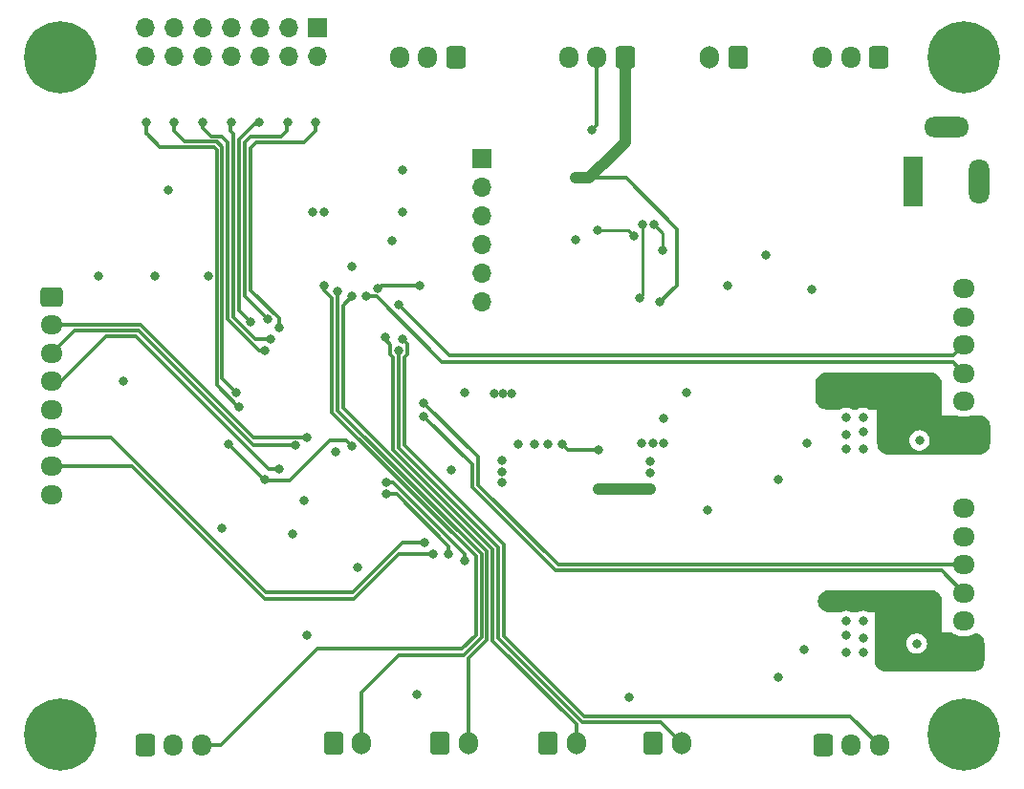
<source format=gbr>
%TF.GenerationSoftware,KiCad,Pcbnew,7.0.7*%
%TF.CreationDate,2023-10-25T17:12:00+02:00*%
%TF.ProjectId,kicad_chat-souris,6b696361-645f-4636-9861-742d736f7572,rev?*%
%TF.SameCoordinates,Original*%
%TF.FileFunction,Copper,L4,Bot*%
%TF.FilePolarity,Positive*%
%FSLAX46Y46*%
G04 Gerber Fmt 4.6, Leading zero omitted, Abs format (unit mm)*
G04 Created by KiCad (PCBNEW 7.0.7) date 2023-10-25 17:12:00*
%MOMM*%
%LPD*%
G01*
G04 APERTURE LIST*
G04 Aperture macros list*
%AMRoundRect*
0 Rectangle with rounded corners*
0 $1 Rounding radius*
0 $2 $3 $4 $5 $6 $7 $8 $9 X,Y pos of 4 corners*
0 Add a 4 corners polygon primitive as box body*
4,1,4,$2,$3,$4,$5,$6,$7,$8,$9,$2,$3,0*
0 Add four circle primitives for the rounded corners*
1,1,$1+$1,$2,$3*
1,1,$1+$1,$4,$5*
1,1,$1+$1,$6,$7*
1,1,$1+$1,$8,$9*
0 Add four rect primitives between the rounded corners*
20,1,$1+$1,$2,$3,$4,$5,0*
20,1,$1+$1,$4,$5,$6,$7,0*
20,1,$1+$1,$6,$7,$8,$9,0*
20,1,$1+$1,$8,$9,$2,$3,0*%
G04 Aperture macros list end*
%TA.AperFunction,ComponentPad*%
%ADD10RoundRect,0.250000X-0.600000X-0.725000X0.600000X-0.725000X0.600000X0.725000X-0.600000X0.725000X0*%
%TD*%
%TA.AperFunction,ComponentPad*%
%ADD11O,1.700000X1.950000*%
%TD*%
%TA.AperFunction,ComponentPad*%
%ADD12RoundRect,0.250000X0.600000X0.725000X-0.600000X0.725000X-0.600000X-0.725000X0.600000X-0.725000X0*%
%TD*%
%TA.AperFunction,ComponentPad*%
%ADD13C,0.800000*%
%TD*%
%TA.AperFunction,ComponentPad*%
%ADD14C,6.400000*%
%TD*%
%TA.AperFunction,ComponentPad*%
%ADD15R,1.700000X1.700000*%
%TD*%
%TA.AperFunction,ComponentPad*%
%ADD16O,1.700000X1.700000*%
%TD*%
%TA.AperFunction,ComponentPad*%
%ADD17RoundRect,0.250000X-0.600000X-0.750000X0.600000X-0.750000X0.600000X0.750000X-0.600000X0.750000X0*%
%TD*%
%TA.AperFunction,ComponentPad*%
%ADD18O,1.700000X2.000000*%
%TD*%
%TA.AperFunction,ComponentPad*%
%ADD19RoundRect,0.250000X0.725000X-0.600000X0.725000X0.600000X-0.725000X0.600000X-0.725000X-0.600000X0*%
%TD*%
%TA.AperFunction,ComponentPad*%
%ADD20O,1.950000X1.700000*%
%TD*%
%TA.AperFunction,ComponentPad*%
%ADD21RoundRect,0.250000X0.600000X0.750000X-0.600000X0.750000X-0.600000X-0.750000X0.600000X-0.750000X0*%
%TD*%
%TA.AperFunction,ComponentPad*%
%ADD22R,1.800000X4.400000*%
%TD*%
%TA.AperFunction,ComponentPad*%
%ADD23O,1.800000X4.000000*%
%TD*%
%TA.AperFunction,ComponentPad*%
%ADD24O,4.000000X1.800000*%
%TD*%
%TA.AperFunction,ComponentPad*%
%ADD25RoundRect,0.250000X-0.725000X0.600000X-0.725000X-0.600000X0.725000X-0.600000X0.725000X0.600000X0*%
%TD*%
%TA.AperFunction,ViaPad*%
%ADD26C,0.800000*%
%TD*%
%TA.AperFunction,Conductor*%
%ADD27C,0.300000*%
%TD*%
%TA.AperFunction,Conductor*%
%ADD28C,1.000000*%
%TD*%
%TA.AperFunction,Conductor*%
%ADD29C,0.250000*%
%TD*%
G04 APERTURE END LIST*
D10*
%TO.P,J601,1,Pin_1*%
%TO.N,GND*%
X112500000Y-116000000D03*
D11*
%TO.P,J601,2,Pin_2*%
%TO.N,+3V3*%
X115000000Y-116000000D03*
%TO.P,J601,3,Pin_3*%
%TO.N,/STM32/Bordure_1*%
X117500000Y-116000000D03*
%TD*%
D12*
%TO.P,J803,1,Pin_1*%
%TO.N,Li_Ion-*%
X155000000Y-55000000D03*
D11*
%TO.P,J803,2,Pin_2*%
%TO.N,Li_Ion_INTER*%
X152500000Y-55000000D03*
%TO.P,J803,3,Pin_3*%
%TO.N,Li_Ion+*%
X150000000Y-55000000D03*
%TD*%
D13*
%TO.P,REF\u002A\u002A,1*%
%TO.N,N/C*%
X102600000Y-55000000D03*
X103302944Y-53302944D03*
X103302944Y-56697056D03*
X105000000Y-52600000D03*
D14*
X105000000Y-55000000D03*
D13*
X105000000Y-57400000D03*
X106697056Y-53302944D03*
X106697056Y-56697056D03*
X107400000Y-55000000D03*
%TD*%
D15*
%TO.P,J2,1,Pin_1*%
%TO.N,GND*%
X127710000Y-52420000D03*
D16*
%TO.P,J2,2,Pin_2*%
%TO.N,Net-(J2-Pin_2)*%
X127710000Y-54960000D03*
%TO.P,J2,3,Pin_3*%
%TO.N,GND*%
X125170000Y-52420000D03*
%TO.P,J2,4,Pin_4*%
%TO.N,Net-(J2-Pin_4)*%
X125170000Y-54960000D03*
%TO.P,J2,5,Pin_5*%
%TO.N,GND*%
X122630000Y-52420000D03*
%TO.P,J2,6,Pin_6*%
%TO.N,Net-(J2-Pin_6)*%
X122630000Y-54960000D03*
%TO.P,J2,7,Pin_7*%
%TO.N,GND*%
X120090000Y-52420000D03*
%TO.P,J2,8,Pin_8*%
%TO.N,Net-(J2-Pin_8)*%
X120090000Y-54960000D03*
%TO.P,J2,9,Pin_9*%
%TO.N,GND*%
X117550000Y-52420000D03*
%TO.P,J2,10,Pin_10*%
%TO.N,Net-(J2-Pin_10)*%
X117550000Y-54960000D03*
%TO.P,J2,11,Pin_11*%
%TO.N,GND*%
X115010000Y-52420000D03*
%TO.P,J2,12,Pin_12*%
%TO.N,Net-(J2-Pin_12)*%
X115010000Y-54960000D03*
%TO.P,J2,13,Pin_13*%
%TO.N,GND*%
X112470000Y-52420000D03*
%TO.P,J2,14,Pin_14*%
%TO.N,Net-(J2-Pin_14)*%
X112470000Y-54960000D03*
%TD*%
D17*
%TO.P,J505,1,Pin_1*%
%TO.N,GND*%
X157500000Y-115800000D03*
D18*
%TO.P,J505,2,Pin_2*%
%TO.N,/STM32/Bumper_4*%
X160000000Y-115800000D03*
%TD*%
D19*
%TO.P,J401,1,Pin_1*%
%TO.N,Net-(J401-Pin_1)*%
X185000000Y-88000000D03*
D20*
%TO.P,J401,2,Pin_2*%
%TO.N,GND*%
X185000000Y-85500000D03*
%TO.P,J401,3,Pin_3*%
%TO.N,/Drivers and motors connectors/ENCODER_1_A*%
X185000000Y-83000000D03*
%TO.P,J401,4,Pin_4*%
%TO.N,/Drivers and motors connectors/ENCODER_1_B*%
X185000000Y-80500000D03*
%TO.P,J401,5,Pin_5*%
%TO.N,+3V3*%
X185000000Y-78000000D03*
%TO.P,J401,6,Pin_6*%
%TO.N,Net-(J401-Pin_6)*%
X185000000Y-75500000D03*
%TD*%
D21*
%TO.P,J802,1,Pin_1*%
%TO.N,GND*%
X165000000Y-55000000D03*
D18*
%TO.P,J802,2,Pin_2*%
%TO.N,NiMh+*%
X162500000Y-55000000D03*
%TD*%
D17*
%TO.P,J501,1,Pin_1*%
%TO.N,GND*%
X129150000Y-115800000D03*
D18*
%TO.P,J501,2,Pin_2*%
%TO.N,/STM32/Bumper_1*%
X131650000Y-115800000D03*
%TD*%
D13*
%TO.P,REF\u002A\u002A,1*%
%TO.N,N/C*%
X182600000Y-115000000D03*
X183302944Y-113302944D03*
X183302944Y-116697056D03*
X185000000Y-112600000D03*
D14*
X185000000Y-115000000D03*
D13*
X185000000Y-117400000D03*
X186697056Y-113302944D03*
X186697056Y-116697056D03*
X187400000Y-115000000D03*
%TD*%
D12*
%TO.P,J602,1,Pin_1*%
%TO.N,GND*%
X140000000Y-55000000D03*
D11*
%TO.P,J602,2,Pin_2*%
%TO.N,+3V3*%
X137500000Y-55000000D03*
%TO.P,J602,3,Pin_3*%
%TO.N,/STM32/Bordure_2*%
X135000000Y-55000000D03*
%TD*%
D13*
%TO.P,REF\u002A\u002A,1*%
%TO.N,N/C*%
X182600000Y-55000000D03*
X183302944Y-53302944D03*
X183302944Y-56697056D03*
X185000000Y-52600000D03*
D14*
X185000000Y-55000000D03*
D13*
X185000000Y-57400000D03*
X186697056Y-53302944D03*
X186697056Y-56697056D03*
X187400000Y-55000000D03*
%TD*%
D15*
%TO.P,U701,1,Key*%
%TO.N,unconnected-(U701-Key-Pad1)*%
X142320000Y-64020000D03*
D16*
%TO.P,U701,2,Vcc(5v)*%
%TO.N,+5V*%
X142320000Y-66560000D03*
%TO.P,U701,3,GND*%
%TO.N,GND*%
X142320000Y-69100000D03*
%TO.P,U701,4,Tx*%
%TO.N,/STM32/USART3_RX*%
X142320000Y-71640000D03*
%TO.P,U701,5,Rx*%
%TO.N,/STM32/USART3_TX*%
X142320000Y-74180000D03*
%TO.P,U701,6,STATE*%
%TO.N,unconnected-(U701-STATE-Pad6)*%
X142320000Y-76720000D03*
%TD*%
D22*
%TO.P,J801,1*%
%TO.N,V_ALIM*%
X180500000Y-66000000D03*
D23*
%TO.P,J801,2*%
%TO.N,GND*%
X186300000Y-66000000D03*
D24*
%TO.P,J801,3*%
X183500000Y-61200000D03*
%TD*%
D17*
%TO.P,J502,1,Pin_1*%
%TO.N,GND*%
X148170000Y-115820000D03*
D18*
%TO.P,J502,2,Pin_2*%
%TO.N,/STM32/Bumper_3*%
X150670000Y-115820000D03*
%TD*%
D13*
%TO.P,REF\u002A\u002A,1*%
%TO.N,N/C*%
X102600000Y-115000000D03*
X103302944Y-113302944D03*
X103302944Y-116697056D03*
X105000000Y-112600000D03*
D14*
X105000000Y-115000000D03*
D13*
X105000000Y-117400000D03*
X106697056Y-113302944D03*
X106697056Y-116697056D03*
X107400000Y-115000000D03*
%TD*%
D25*
%TO.P,J503,1,Pin_1*%
%TO.N,unconnected-(J503-Pin_1-Pad1)*%
X104250000Y-76250000D03*
D20*
%TO.P,J503,2,Pin_2*%
%TO.N,/STM32/LIDAR_MOTOR_ENABLE*%
X104250000Y-78750000D03*
%TO.P,J503,3,Pin_3*%
%TO.N,/STM32/LIDAR_MESURE_ENABLE*%
X104250000Y-81250000D03*
%TO.P,J503,4,Pin_4*%
%TO.N,/STM32/LIDAR_PWM*%
X104250000Y-83750000D03*
%TO.P,J503,5,Pin_5*%
%TO.N,GND*%
X104250000Y-86250000D03*
%TO.P,J503,6,Pin_6*%
%TO.N,/STM32/USART2_TX*%
X104250000Y-88750000D03*
%TO.P,J503,7,Pin_7*%
%TO.N,/STM32/USART2_RX*%
X104250000Y-91250000D03*
%TO.P,J503,8,Pin_8*%
%TO.N,+5V*%
X104250000Y-93750000D03*
%TD*%
D10*
%TO.P,J603,1,Pin_1*%
%TO.N,GND*%
X172500000Y-116000000D03*
D11*
%TO.P,J603,2,Pin_2*%
%TO.N,+3V3*%
X175000000Y-116000000D03*
%TO.P,J603,3,Pin_3*%
%TO.N,/STM32/Bordure_3*%
X177500000Y-116000000D03*
%TD*%
D17*
%TO.P,J504,1,Pin_1*%
%TO.N,GND*%
X138600000Y-115800000D03*
D18*
%TO.P,J504,2,Pin_2*%
%TO.N,/STM32/Bumper_2*%
X141100000Y-115800000D03*
%TD*%
D19*
%TO.P,J402,1,Pin_1*%
%TO.N,Net-(J402-Pin_1)*%
X185000000Y-107500000D03*
D20*
%TO.P,J402,2,Pin_2*%
%TO.N,GND*%
X185000000Y-105000000D03*
%TO.P,J402,3,Pin_3*%
%TO.N,/Drivers and motors connectors/ENCODER_2_A*%
X185000000Y-102500000D03*
%TO.P,J402,4,Pin_4*%
%TO.N,/Drivers and motors connectors/ENCODER_2_B*%
X185000000Y-100000000D03*
%TO.P,J402,5,Pin_5*%
%TO.N,+3V3*%
X185000000Y-97500000D03*
%TO.P,J402,6,Pin_6*%
%TO.N,Net-(J402-Pin_6)*%
X185000000Y-95000000D03*
%TD*%
D12*
%TO.P,J301,1,Pin_1*%
%TO.N,unconnected-(J301-Pin_1-Pad1)*%
X177470000Y-54990000D03*
D11*
%TO.P,J301,2,Pin_2*%
%TO.N,+BATT*%
X174970000Y-54990000D03*
%TO.P,J301,3,Pin_3*%
%TO.N,BAT+*%
X172470000Y-54990000D03*
%TD*%
D26*
%TO.N,GND*%
X119320000Y-96720000D03*
X125570000Y-97220000D03*
%TO.N,/STM32/NRST*%
X123070000Y-92470000D03*
%TO.N,GND*%
X126820000Y-106220000D03*
X131320000Y-100220000D03*
%TO.N,+3V3*%
X126570000Y-94320000D03*
%TO.N,GND*%
X129320000Y-89970000D03*
X139570000Y-91620000D03*
X174570000Y-86970000D03*
X176070000Y-104970000D03*
X176070000Y-88220000D03*
X164070000Y-75220000D03*
X158432500Y-87045000D03*
X176070000Y-89720000D03*
X114570000Y-66770000D03*
X160432500Y-84720000D03*
X135320000Y-64970000D03*
X140820000Y-84720000D03*
X127320000Y-68770000D03*
X118070000Y-74370000D03*
X134320000Y-71270000D03*
X113320000Y-74370000D03*
X174570000Y-88470000D03*
X162312500Y-95145000D03*
X174570000Y-107720000D03*
X171495000Y-75565000D03*
X174570000Y-89720000D03*
X174570000Y-106220000D03*
X145570000Y-89295000D03*
X150570000Y-71220000D03*
X108320000Y-74370000D03*
X176070000Y-106470000D03*
X176070000Y-86970000D03*
X174570000Y-104970000D03*
X167495000Y-72565000D03*
X176070000Y-107720000D03*
%TO.N,Li_Ion-*%
X150570000Y-65720000D03*
X158070000Y-76720000D03*
%TO.N,Li_Ion_INTER*%
X152070000Y-61470000D03*
%TO.N,+BATT*%
X148170000Y-89332500D03*
X157182500Y-90832500D03*
X168570000Y-109970000D03*
X146970000Y-89332500D03*
X168570000Y-92470000D03*
X157182500Y-91832500D03*
%TO.N,Net-(U301-VCC)*%
X152682500Y-89795000D03*
X149432500Y-89295000D03*
%TO.N,Net-(U301-SW)*%
X152682500Y-93295000D03*
X157182500Y-93295000D03*
%TO.N,+5V*%
X157432500Y-89220000D03*
X158432500Y-89220000D03*
X156432500Y-89220000D03*
X144970000Y-84820000D03*
X144170000Y-84820000D03*
X143370000Y-84820000D03*
%TO.N,+3V3*%
X110570000Y-83720000D03*
X171070000Y-89220000D03*
X130820000Y-73520000D03*
X144070000Y-90720000D03*
X155320000Y-111720000D03*
X144070000Y-91720000D03*
X180820000Y-106970000D03*
X128320000Y-68770000D03*
X135320000Y-68770000D03*
X136570000Y-111470000D03*
X144070000Y-92720000D03*
X170820000Y-107470000D03*
X181070000Y-88970000D03*
%TO.N,Net-(J401-Pin_1)*%
X175070000Y-85470000D03*
X173820000Y-85470000D03*
X172820000Y-85220000D03*
%TO.N,Net-(J402-Pin_1)*%
X174820000Y-103720000D03*
X173820000Y-103720000D03*
X172820000Y-103220000D03*
%TO.N,/Alimentation/BMS/Secu_Vc*%
X156545000Y-69832500D03*
X156295000Y-76332500D03*
%TO.N,/Alimentation/BMS/Secu_Sense*%
X158295000Y-72082500D03*
X157545000Y-69832500D03*
%TO.N,/STM32/LIDAR_PWM*%
X124320000Y-91470000D03*
%TO.N,/STM32/LIDAR_MOTOR_ENABLE*%
X126820000Y-88720000D03*
%TO.N,/STM32/LIDAR_MESURE_ENABLE*%
X125820000Y-89419500D03*
%TO.N,/STM32/NRST*%
X119840023Y-89290023D03*
X130820000Y-89470000D03*
%TO.N,/Drivers and motors connectors/MOTOR_1_FWD*%
X133820000Y-93669503D03*
X139370000Y-99020000D03*
%TO.N,/Drivers and motors connectors/MOTOR_1_REV*%
X133820000Y-92720000D03*
X140770000Y-99620000D03*
%TO.N,/STM32/USART2_TX*%
X137220500Y-98020000D03*
%TO.N,/STM32/USART2_RX*%
X137970000Y-99020000D03*
%TO.N,/Drivers and motors connectors/ENCODER_2_A*%
X137170000Y-86820000D03*
%TO.N,/Drivers and motors connectors/ENCODER_2_B*%
X137170000Y-85620000D03*
%TO.N,/STM32/I2C_SCL*%
X136820000Y-75220000D03*
X133107183Y-75534083D03*
%TO.N,/STM32/Bordure_1*%
X128320000Y-75220000D03*
%TO.N,/STM32/Bordure_3*%
X135299977Y-80020000D03*
%TO.N,/Drivers and motors connectors/ENCODER_1_B*%
X134970000Y-76970000D03*
%TO.N,/Drivers and motors connectors/ENCODER_1_A*%
X132070000Y-76220000D03*
%TO.N,/STM32/Bumper_1*%
X129540023Y-75749977D03*
%TO.N,/STM32/Bumper_2*%
X130820000Y-76220000D03*
%TO.N,/STM32/Bumper_3*%
X133770000Y-79820000D03*
%TO.N,/STM32/Bumper_4*%
X134970000Y-81020000D03*
%TO.N,/STM32/PD0*%
X117590000Y-60770000D03*
X123070000Y-80970000D03*
%TO.N,/STM32/PD1*%
X123570000Y-79970000D03*
X120090000Y-60770000D03*
%TO.N,/STM32/PD2*%
X127590000Y-60770000D03*
X124320000Y-78970000D03*
%TO.N,/STM32/PD3*%
X125090000Y-60770000D03*
X123320000Y-78220000D03*
%TO.N,/STM32/PD4*%
X122590000Y-60770000D03*
X121820000Y-78470000D03*
%TO.N,/STM32/PD5*%
X115090000Y-60770000D03*
X120570000Y-84720000D03*
%TO.N,/STM32/PD6*%
X112590000Y-60770000D03*
X120820000Y-85970000D03*
%TO.N,/Alimentation/BMS/Secu_Vout*%
X152545000Y-70332500D03*
X155795000Y-70832500D03*
%TD*%
D27*
%TO.N,/STM32/NRST*%
X123070000Y-92520000D02*
X123070000Y-92520000D01*
X123070000Y-92470000D02*
X123070000Y-92520000D01*
X123020000Y-92470000D02*
X123070000Y-92470000D01*
X123070000Y-92520000D02*
X125270000Y-92520000D01*
X119840023Y-89290023D02*
X123020000Y-92470000D01*
X128820000Y-88970000D02*
X130320000Y-88970000D01*
X125270000Y-92520000D02*
X128820000Y-88970000D01*
X130320000Y-88970000D02*
X130820000Y-89470000D01*
%TO.N,/STM32/PD6*%
X118570000Y-62970000D02*
X113820000Y-62970000D01*
X113820000Y-62970000D02*
X112570000Y-61720000D01*
X118820000Y-84030661D02*
X118820000Y-63220000D01*
X120820000Y-85970000D02*
X120759339Y-85970000D01*
X120759339Y-85970000D02*
X118820000Y-84030661D01*
X118820000Y-63220000D02*
X118570000Y-62970000D01*
%TO.N,/STM32/PD5*%
X115070000Y-61520000D02*
X115070000Y-60970000D01*
X118820000Y-62470000D02*
X116020000Y-62470000D01*
X119320000Y-62970000D02*
X118820000Y-62470000D01*
X119320000Y-83470000D02*
X119320000Y-62970000D01*
X116020000Y-62470000D02*
X115070000Y-61520000D01*
X120570000Y-84720000D02*
X119320000Y-83470000D01*
%TO.N,/STM32/PD2*%
X122320000Y-62520000D02*
X121820000Y-63020000D01*
%TO.N,/STM32/I2C_SCL*%
X133421266Y-75220000D02*
X133107183Y-75534083D01*
X136820000Y-75220000D02*
X133421266Y-75220000D01*
%TO.N,/STM32/LIDAR_PWM*%
X105040000Y-83750000D02*
X104250000Y-83750000D01*
X109040000Y-79750000D02*
X105040000Y-83750000D01*
X111685788Y-79750000D02*
X109040000Y-79750000D01*
X123405788Y-91470000D02*
X111685788Y-79750000D01*
X124320000Y-91470000D02*
X123405788Y-91470000D01*
%TO.N,/STM32/LIDAR_MESURE_ENABLE*%
X106250000Y-79250000D02*
X104250000Y-81250000D01*
X111892894Y-79250000D02*
X106250000Y-79250000D01*
X125820000Y-89419500D02*
X122062394Y-89419500D01*
X122062394Y-89419500D02*
X111892894Y-79250000D01*
%TO.N,/STM32/LIDAR_MOTOR_ENABLE*%
X112100000Y-78750000D02*
X104250000Y-78750000D01*
X122070000Y-88720000D02*
X112100000Y-78750000D01*
X126820000Y-88720000D02*
X122070000Y-88720000D01*
%TO.N,/Drivers and motors connectors/MOTOR_1_FWD*%
X139370000Y-98327106D02*
X139370000Y-99020000D01*
X133870497Y-93720000D02*
X134762894Y-93720000D01*
X134762894Y-93720000D02*
X139370000Y-98327106D01*
X133820000Y-93669503D02*
X133870497Y-93720000D01*
%TO.N,/Drivers and motors connectors/MOTOR_1_REV*%
X134470000Y-92720000D02*
X140770000Y-99020000D01*
X133820000Y-92720000D02*
X134470000Y-92720000D01*
X140770000Y-99020000D02*
X140770000Y-99620000D01*
%TO.N,Li_Ion_INTER*%
X152070000Y-61470000D02*
X152500000Y-61040000D01*
X152500000Y-61040000D02*
X152500000Y-55000000D01*
D28*
%TO.N,Li_Ion-*%
X155000000Y-55000000D02*
X155000000Y-62540000D01*
X154070000Y-63470000D02*
X151820000Y-65720000D01*
X151820000Y-65720000D02*
X150570000Y-65720000D01*
D27*
X155070000Y-65720000D02*
X159570000Y-70220000D01*
D28*
X155000000Y-62540000D02*
X154070000Y-63470000D01*
D27*
X159570000Y-70220000D02*
X159570000Y-75220000D01*
X150570000Y-65720000D02*
X155070000Y-65720000D01*
X159570000Y-75220000D02*
X158070000Y-76720000D01*
%TO.N,Net-(U301-VCC)*%
X149932500Y-89795000D02*
X149432500Y-89295000D01*
X152682500Y-89795000D02*
X149932500Y-89795000D01*
D28*
%TO.N,Net-(U301-SW)*%
X157182500Y-93295000D02*
X152682500Y-93295000D01*
D29*
%TO.N,/Alimentation/BMS/Secu_Vc*%
X156545000Y-69832500D02*
X156545000Y-76082500D01*
X156545000Y-76082500D02*
X156295000Y-76332500D01*
%TO.N,/Alimentation/BMS/Secu_Sense*%
X158295000Y-70582500D02*
X158295000Y-72082500D01*
X157545000Y-69832500D02*
X158295000Y-70582500D01*
D27*
%TO.N,/Drivers and motors connectors/MOTOR_1_REV*%
X140770000Y-99620000D02*
X140770000Y-99420000D01*
%TO.N,/STM32/USART2_TX*%
X137220500Y-98020000D02*
X135262894Y-98020000D01*
X109500000Y-88750000D02*
X104250000Y-88750000D01*
X135262894Y-98020000D02*
X130862894Y-102420000D01*
X130862894Y-102420000D02*
X123170000Y-102420000D01*
X123170000Y-102420000D02*
X109500000Y-88750000D01*
%TO.N,/STM32/USART2_RX*%
X130970000Y-103020000D02*
X123062894Y-103020000D01*
X134970000Y-99020000D02*
X130970000Y-103020000D01*
X111292894Y-91250000D02*
X104250000Y-91250000D01*
X137970000Y-99020000D02*
X134970000Y-99020000D01*
X123062894Y-103020000D02*
X111292894Y-91250000D01*
%TO.N,/Drivers and motors connectors/ENCODER_2_A*%
X137170000Y-86820000D02*
X141470000Y-91120000D01*
X141470000Y-91120000D02*
X141470000Y-93120000D01*
X183000000Y-100500000D02*
X185000000Y-102500000D01*
X148850000Y-100500000D02*
X183000000Y-100500000D01*
X141470000Y-93120000D02*
X148850000Y-100500000D01*
%TO.N,/Drivers and motors connectors/ENCODER_2_B*%
X141970000Y-92912894D02*
X149057106Y-100000000D01*
X149057106Y-100000000D02*
X185000000Y-100000000D01*
X137170000Y-85620000D02*
X141970000Y-90420000D01*
X141970000Y-90420000D02*
X141970000Y-92912894D01*
%TO.N,/STM32/Bordure_1*%
X127770000Y-107420000D02*
X119190000Y-116000000D01*
X140562894Y-107420000D02*
X127770000Y-107420000D01*
X128370000Y-75640615D02*
X129040023Y-76310638D01*
X119190000Y-116000000D02*
X117500000Y-116000000D01*
X141770000Y-106212894D02*
X140562894Y-107420000D01*
X128370000Y-75270000D02*
X128370000Y-75640615D01*
X128320000Y-75220000D02*
X128370000Y-75270000D01*
X129040023Y-86504236D02*
X141770000Y-99234212D01*
X141770000Y-99234212D02*
X141770000Y-106212894D01*
X129040023Y-76310638D02*
X129040023Y-86504236D01*
%TO.N,/STM32/Bordure_3*%
X135299977Y-80020000D02*
X135720000Y-80440023D01*
X144270000Y-98198682D02*
X144270000Y-106305788D01*
X174912894Y-113412894D02*
X177500000Y-116000000D01*
X135470000Y-89398682D02*
X144270000Y-98198682D01*
X135720000Y-80440023D02*
X135720000Y-81330661D01*
X135470000Y-81580661D02*
X135470000Y-89398682D01*
X151377106Y-113412894D02*
X174912894Y-113412894D01*
X135720000Y-81330661D02*
X135470000Y-81580661D01*
X144270000Y-106305788D02*
X151377106Y-113412894D01*
%TO.N,/Drivers and motors connectors/ENCODER_1_B*%
X134970000Y-76970000D02*
X139420000Y-81420000D01*
X139420000Y-81420000D02*
X184080000Y-81420000D01*
X184080000Y-81420000D02*
X185000000Y-80500000D01*
%TO.N,/Drivers and motors connectors/ENCODER_1_A*%
X132070000Y-76220000D02*
X132970000Y-76220000D01*
X184020000Y-82020000D02*
X185000000Y-83000000D01*
X138770000Y-82020000D02*
X184020000Y-82020000D01*
X132970000Y-76220000D02*
X138770000Y-82020000D01*
%TO.N,/STM32/Bumper_1*%
X131650000Y-111340000D02*
X131650000Y-115800000D01*
X134970000Y-108020000D02*
X131650000Y-111340000D01*
X129540023Y-86297129D02*
X142270000Y-99027106D01*
X142270000Y-99027106D02*
X142270000Y-106420000D01*
X129540023Y-75749977D02*
X129540023Y-86297129D01*
X142270000Y-106420000D02*
X140670000Y-108020000D01*
X140670000Y-108020000D02*
X134970000Y-108020000D01*
%TO.N,/STM32/Bumper_2*%
X130040023Y-86090023D02*
X142770000Y-98820000D01*
X142770000Y-98820000D02*
X142770000Y-106627106D01*
X142770000Y-106627106D02*
X141100000Y-108297106D01*
X130040023Y-76999977D02*
X130040023Y-86090023D01*
X141100000Y-108297106D02*
X141100000Y-115800000D01*
X130820000Y-76220000D02*
X130040023Y-76999977D01*
%TO.N,/STM32/Bumper_3*%
X150670000Y-114120000D02*
X150670000Y-115820000D01*
X133770000Y-79820000D02*
X133770000Y-80020000D01*
X134220000Y-81330661D02*
X134470000Y-81580661D01*
X134220000Y-80470000D02*
X134220000Y-81330661D01*
X143270000Y-106720000D02*
X150670000Y-114120000D01*
X134470000Y-89812895D02*
X143270000Y-98612894D01*
X133770000Y-80020000D02*
X134220000Y-80470000D01*
X143270000Y-98612894D02*
X143270000Y-106720000D01*
X134470000Y-81580661D02*
X134470000Y-89812895D01*
%TO.N,/STM32/Bumper_4*%
X134970000Y-89605788D02*
X143770000Y-98405788D01*
X158112894Y-113912894D02*
X160000000Y-115800000D01*
X151170000Y-113912894D02*
X158112894Y-113912894D01*
X143770000Y-106512894D02*
X151170000Y-113912894D01*
X134970000Y-81020000D02*
X134970000Y-89605788D01*
X143770000Y-98405788D02*
X143770000Y-106512894D01*
%TO.N,/STM32/PD0*%
X119277106Y-62020000D02*
X119820000Y-62562894D01*
X119820000Y-62562894D02*
X119820000Y-78237767D01*
X117570000Y-60970000D02*
X117570000Y-61270000D01*
X117570000Y-61270000D02*
X118320000Y-62020000D01*
X119820000Y-78237767D02*
X122552233Y-80970000D01*
X118320000Y-62020000D02*
X119277106Y-62020000D01*
X122552233Y-80970000D02*
X123070000Y-80970000D01*
%TO.N,/STM32/PD1*%
X120320000Y-78030661D02*
X120320000Y-61770000D01*
X120070000Y-61520000D02*
X120320000Y-61770000D01*
X120320000Y-78030661D02*
X122259339Y-79970000D01*
X122259339Y-79970000D02*
X123570000Y-79970000D01*
X120070000Y-60970000D02*
X120070000Y-61520000D01*
%TO.N,/STM32/PD2*%
X127570000Y-61520000D02*
X126570000Y-62520000D01*
X124320000Y-78159339D02*
X124320000Y-78970000D01*
X121820000Y-75659339D02*
X124320000Y-78159339D01*
X127570000Y-60970000D02*
X127570000Y-61520000D01*
X126570000Y-62520000D02*
X122320000Y-62520000D01*
X121820000Y-63020000D02*
X121820000Y-75659339D01*
%TO.N,/STM32/PD3*%
X121320000Y-76220000D02*
X123320000Y-78220000D01*
X124570000Y-62020000D02*
X121820000Y-62020000D01*
X121820000Y-62020000D02*
X121320000Y-62520000D01*
X125070000Y-60970000D02*
X125070000Y-61520000D01*
X125070000Y-61520000D02*
X124570000Y-62020000D01*
X121320000Y-76220000D02*
X121320000Y-62520000D01*
%TO.N,/STM32/PD4*%
X120820000Y-62312894D02*
X120820000Y-77470000D01*
X122162894Y-60970000D02*
X120820000Y-62312894D01*
X120820000Y-77470000D02*
X121820000Y-78470000D01*
X122570000Y-60970000D02*
X122162894Y-60970000D01*
%TO.N,/STM32/PD6*%
X112570000Y-60970000D02*
X112570000Y-61770000D01*
D29*
%TO.N,/Alimentation/BMS/Secu_Vout*%
X155295000Y-70332500D02*
X155795000Y-70832500D01*
X152545000Y-70332500D02*
X155295000Y-70332500D01*
%TD*%
%TA.AperFunction,Conductor*%
%TO.N,Net-(J401-Pin_1)*%
G36*
X182073032Y-82970299D02*
G01*
X182134067Y-82976310D01*
X182252941Y-82988018D01*
X182276769Y-82992757D01*
X182441001Y-83042576D01*
X182463453Y-83051877D01*
X182614798Y-83132772D01*
X182635010Y-83146277D01*
X182767666Y-83255145D01*
X182784854Y-83272333D01*
X182893722Y-83404989D01*
X182907227Y-83425201D01*
X182988121Y-83576543D01*
X182997424Y-83599001D01*
X183047240Y-83763224D01*
X183051982Y-83787065D01*
X183069701Y-83966967D01*
X183069999Y-83973048D01*
X183070000Y-86720000D01*
X184268253Y-86720000D01*
X184320656Y-86731617D01*
X184411337Y-86773903D01*
X184639592Y-86835063D01*
X184816034Y-86850500D01*
X185183966Y-86850500D01*
X185360408Y-86835063D01*
X185588663Y-86773903D01*
X185679343Y-86731617D01*
X185731747Y-86720000D01*
X186316951Y-86720000D01*
X186323032Y-86720299D01*
X186384066Y-86726310D01*
X186502941Y-86738018D01*
X186526769Y-86742757D01*
X186691001Y-86792576D01*
X186713453Y-86801877D01*
X186779748Y-86837312D01*
X186864798Y-86882772D01*
X186885010Y-86896277D01*
X187017666Y-87005145D01*
X187034854Y-87022333D01*
X187143722Y-87154989D01*
X187157227Y-87175201D01*
X187238121Y-87326543D01*
X187247424Y-87349001D01*
X187297240Y-87513224D01*
X187301982Y-87537065D01*
X187319701Y-87716967D01*
X187320000Y-87723048D01*
X187320000Y-89216951D01*
X187319701Y-89223032D01*
X187301982Y-89402934D01*
X187297240Y-89426775D01*
X187247424Y-89590998D01*
X187238121Y-89613456D01*
X187157227Y-89764798D01*
X187143722Y-89785010D01*
X187034854Y-89917666D01*
X187017666Y-89934854D01*
X186885010Y-90043722D01*
X186864798Y-90057227D01*
X186713456Y-90138121D01*
X186690998Y-90147424D01*
X186526775Y-90197240D01*
X186502934Y-90201982D01*
X186323032Y-90219701D01*
X186316951Y-90220000D01*
X178323049Y-90220000D01*
X178316968Y-90219701D01*
X178137065Y-90201982D01*
X178113224Y-90197240D01*
X177949001Y-90147424D01*
X177926543Y-90138121D01*
X177775201Y-90057227D01*
X177754989Y-90043722D01*
X177622333Y-89934854D01*
X177605145Y-89917666D01*
X177496277Y-89785010D01*
X177482772Y-89764798D01*
X177477081Y-89754151D01*
X177401877Y-89613453D01*
X177392575Y-89590998D01*
X177365643Y-89502214D01*
X177342757Y-89426769D01*
X177338018Y-89402941D01*
X177320299Y-89223032D01*
X177320000Y-89216951D01*
X177320000Y-88970000D01*
X180164540Y-88970000D01*
X180184326Y-89158256D01*
X180184327Y-89158259D01*
X180242818Y-89338277D01*
X180242821Y-89338284D01*
X180337467Y-89502216D01*
X180417407Y-89590998D01*
X180464129Y-89642888D01*
X180617265Y-89754148D01*
X180617270Y-89754151D01*
X180790192Y-89831142D01*
X180790197Y-89831144D01*
X180975354Y-89870500D01*
X180975355Y-89870500D01*
X181164644Y-89870500D01*
X181164646Y-89870500D01*
X181349803Y-89831144D01*
X181522730Y-89754151D01*
X181675871Y-89642888D01*
X181802533Y-89502216D01*
X181897179Y-89338284D01*
X181955674Y-89158256D01*
X181975460Y-88970000D01*
X181955674Y-88781744D01*
X181897179Y-88601716D01*
X181802533Y-88437784D01*
X181675871Y-88297112D01*
X181654719Y-88281744D01*
X181522734Y-88185851D01*
X181522729Y-88185848D01*
X181349807Y-88108857D01*
X181349802Y-88108855D01*
X181204000Y-88077865D01*
X181164646Y-88069500D01*
X180975354Y-88069500D01*
X180942897Y-88076398D01*
X180790197Y-88108855D01*
X180790192Y-88108857D01*
X180617270Y-88185848D01*
X180617265Y-88185851D01*
X180464129Y-88297111D01*
X180337466Y-88437785D01*
X180242821Y-88601715D01*
X180242818Y-88601722D01*
X180193920Y-88752216D01*
X180184326Y-88781744D01*
X180164540Y-88970000D01*
X177320000Y-88970000D01*
X177320000Y-87220003D01*
X177320000Y-87220000D01*
X177320000Y-86220000D01*
X176569736Y-86220000D01*
X176522734Y-86185851D01*
X176522729Y-86185848D01*
X176349807Y-86108857D01*
X176349802Y-86108855D01*
X176204001Y-86077865D01*
X176164646Y-86069500D01*
X175975354Y-86069500D01*
X175942897Y-86076398D01*
X175790197Y-86108855D01*
X175790192Y-86108857D01*
X175617270Y-86185848D01*
X175602861Y-86196318D01*
X175537054Y-86219798D01*
X175529975Y-86220000D01*
X175110025Y-86220000D01*
X175042986Y-86200315D01*
X175037139Y-86196318D01*
X175022729Y-86185848D01*
X174849807Y-86108857D01*
X174849802Y-86108855D01*
X174704000Y-86077865D01*
X174664646Y-86069500D01*
X174475354Y-86069500D01*
X174442897Y-86076398D01*
X174290197Y-86108855D01*
X174290192Y-86108857D01*
X174117270Y-86185848D01*
X174102861Y-86196318D01*
X174037054Y-86219798D01*
X174029975Y-86220000D01*
X172823049Y-86220000D01*
X172816968Y-86219701D01*
X172637065Y-86201982D01*
X172613224Y-86197240D01*
X172449001Y-86147424D01*
X172426543Y-86138121D01*
X172275201Y-86057227D01*
X172254989Y-86043722D01*
X172122333Y-85934854D01*
X172105145Y-85917666D01*
X171996277Y-85785010D01*
X171982772Y-85764798D01*
X171901878Y-85613456D01*
X171892575Y-85590998D01*
X171842757Y-85426769D01*
X171838018Y-85402941D01*
X171820299Y-85223032D01*
X171820000Y-85216951D01*
X171820000Y-83973048D01*
X171820299Y-83966967D01*
X171824706Y-83922213D01*
X171838018Y-83787056D01*
X171842757Y-83763232D01*
X171892577Y-83598994D01*
X171901875Y-83576549D01*
X171982775Y-83425195D01*
X171996272Y-83404995D01*
X172105149Y-83272328D01*
X172122328Y-83255149D01*
X172254995Y-83146272D01*
X172275195Y-83132775D01*
X172426549Y-83051875D01*
X172448994Y-83042577D01*
X172613232Y-82992757D01*
X172637056Y-82988018D01*
X172751501Y-82976746D01*
X172816969Y-82970299D01*
X172823049Y-82970000D01*
X182066951Y-82970000D01*
X182073032Y-82970299D01*
G37*
%TD.AperFunction*%
%TD*%
%TA.AperFunction,Conductor*%
%TO.N,Net-(J402-Pin_1)*%
G36*
X182073032Y-102220299D02*
G01*
X182134067Y-102226310D01*
X182252941Y-102238018D01*
X182276769Y-102242757D01*
X182441001Y-102292576D01*
X182463453Y-102301877D01*
X182614798Y-102382772D01*
X182635010Y-102396277D01*
X182767666Y-102505145D01*
X182784854Y-102522333D01*
X182893722Y-102654989D01*
X182907227Y-102675201D01*
X182988121Y-102826543D01*
X182997424Y-102849001D01*
X183047240Y-103013224D01*
X183051982Y-103037065D01*
X183069701Y-103216967D01*
X183070000Y-103223047D01*
X183070000Y-105970000D01*
X183923481Y-105970000D01*
X183940996Y-105977072D01*
X183951738Y-105986635D01*
X184003597Y-106038494D01*
X184197169Y-106174034D01*
X184197171Y-106174035D01*
X184411337Y-106273903D01*
X184639592Y-106335063D01*
X184816034Y-106350500D01*
X185183966Y-106350500D01*
X185360408Y-106335063D01*
X185588663Y-106273903D01*
X185802829Y-106174035D01*
X185996401Y-106038495D01*
X185996405Y-106038490D01*
X186000835Y-106035389D01*
X186002182Y-106037313D01*
X186057033Y-106013291D01*
X186108755Y-106017627D01*
X186191001Y-106042576D01*
X186213453Y-106051877D01*
X186246424Y-106069500D01*
X186364798Y-106132772D01*
X186385010Y-106146277D01*
X186517666Y-106255145D01*
X186534854Y-106272333D01*
X186643722Y-106404989D01*
X186657227Y-106425201D01*
X186738121Y-106576543D01*
X186747424Y-106599001D01*
X186797240Y-106763224D01*
X186801982Y-106787065D01*
X186819701Y-106966967D01*
X186820000Y-106973048D01*
X186820000Y-108466951D01*
X186819701Y-108473032D01*
X186801982Y-108652934D01*
X186797240Y-108676775D01*
X186747424Y-108840998D01*
X186738121Y-108863456D01*
X186657227Y-109014798D01*
X186643722Y-109035010D01*
X186534854Y-109167666D01*
X186517666Y-109184854D01*
X186385010Y-109293722D01*
X186364798Y-109307227D01*
X186213456Y-109388121D01*
X186190998Y-109397424D01*
X186026775Y-109447240D01*
X186002934Y-109451982D01*
X185823032Y-109469701D01*
X185816951Y-109470000D01*
X178073049Y-109470000D01*
X178066968Y-109469701D01*
X177887065Y-109451982D01*
X177863224Y-109447240D01*
X177699001Y-109397424D01*
X177676543Y-109388121D01*
X177525201Y-109307227D01*
X177504989Y-109293722D01*
X177372333Y-109184854D01*
X177355145Y-109167666D01*
X177246277Y-109035010D01*
X177232772Y-109014798D01*
X177151878Y-108863456D01*
X177142575Y-108840998D01*
X177092757Y-108676769D01*
X177088018Y-108652941D01*
X177070299Y-108473032D01*
X177070000Y-108466951D01*
X177070000Y-106970000D01*
X179914540Y-106970000D01*
X179934326Y-107158256D01*
X179934327Y-107158259D01*
X179992818Y-107338277D01*
X179992821Y-107338284D01*
X180087467Y-107502216D01*
X180214128Y-107642887D01*
X180214129Y-107642888D01*
X180367265Y-107754148D01*
X180367270Y-107754151D01*
X180540192Y-107831142D01*
X180540197Y-107831144D01*
X180725354Y-107870500D01*
X180725355Y-107870500D01*
X180914644Y-107870500D01*
X180914646Y-107870500D01*
X181099803Y-107831144D01*
X181272730Y-107754151D01*
X181425871Y-107642888D01*
X181552533Y-107502216D01*
X181647179Y-107338284D01*
X181705674Y-107158256D01*
X181725460Y-106970000D01*
X181705674Y-106781744D01*
X181647179Y-106601716D01*
X181552533Y-106437784D01*
X181425871Y-106297112D01*
X181404719Y-106281744D01*
X181272734Y-106185851D01*
X181272729Y-106185848D01*
X181099807Y-106108857D01*
X181099802Y-106108855D01*
X180954000Y-106077865D01*
X180914646Y-106069500D01*
X180725354Y-106069500D01*
X180692897Y-106076398D01*
X180540197Y-106108855D01*
X180540192Y-106108857D01*
X180367270Y-106185848D01*
X180367265Y-106185851D01*
X180214129Y-106297111D01*
X180087466Y-106437785D01*
X179992821Y-106601715D01*
X179992818Y-106601722D01*
X179934327Y-106781740D01*
X179934326Y-106781744D01*
X179914540Y-106970000D01*
X177070000Y-106970000D01*
X177070000Y-105220003D01*
X177070000Y-105219999D01*
X177070000Y-104220000D01*
X176569736Y-104220000D01*
X176522734Y-104185851D01*
X176522729Y-104185848D01*
X176349807Y-104108857D01*
X176349802Y-104108855D01*
X176204000Y-104077865D01*
X176164646Y-104069500D01*
X175975354Y-104069500D01*
X175942897Y-104076398D01*
X175790197Y-104108855D01*
X175790192Y-104108857D01*
X175617270Y-104185848D01*
X175602861Y-104196318D01*
X175537054Y-104219798D01*
X175529975Y-104220000D01*
X175110025Y-104220000D01*
X175042986Y-104200315D01*
X175037139Y-104196318D01*
X175022729Y-104185848D01*
X174849807Y-104108857D01*
X174849802Y-104108855D01*
X174704001Y-104077865D01*
X174664646Y-104069500D01*
X174475354Y-104069500D01*
X174442897Y-104076398D01*
X174290197Y-104108855D01*
X174290192Y-104108857D01*
X174117270Y-104185848D01*
X174102861Y-104196318D01*
X174037054Y-104219798D01*
X174029975Y-104220000D01*
X173073049Y-104220000D01*
X173066968Y-104219701D01*
X172887065Y-104201982D01*
X172863224Y-104197240D01*
X172699001Y-104147424D01*
X172676543Y-104138121D01*
X172525201Y-104057227D01*
X172504989Y-104043722D01*
X172372333Y-103934854D01*
X172355145Y-103917666D01*
X172246277Y-103785010D01*
X172232772Y-103764798D01*
X172151878Y-103613456D01*
X172142575Y-103590998D01*
X172092757Y-103426769D01*
X172088018Y-103402941D01*
X172071197Y-103232153D01*
X172071197Y-103207846D01*
X172088018Y-103037056D01*
X172092757Y-103013232D01*
X172142577Y-102848994D01*
X172151875Y-102826549D01*
X172232775Y-102675195D01*
X172246272Y-102654995D01*
X172355149Y-102522328D01*
X172372328Y-102505149D01*
X172504995Y-102396272D01*
X172525195Y-102382775D01*
X172676549Y-102301875D01*
X172698994Y-102292577D01*
X172863232Y-102242757D01*
X172887056Y-102238018D01*
X173001501Y-102226746D01*
X173066969Y-102220299D01*
X173073049Y-102220000D01*
X182066951Y-102220000D01*
X182073032Y-102220299D01*
G37*
%TD.AperFunction*%
%TD*%
M02*

</source>
